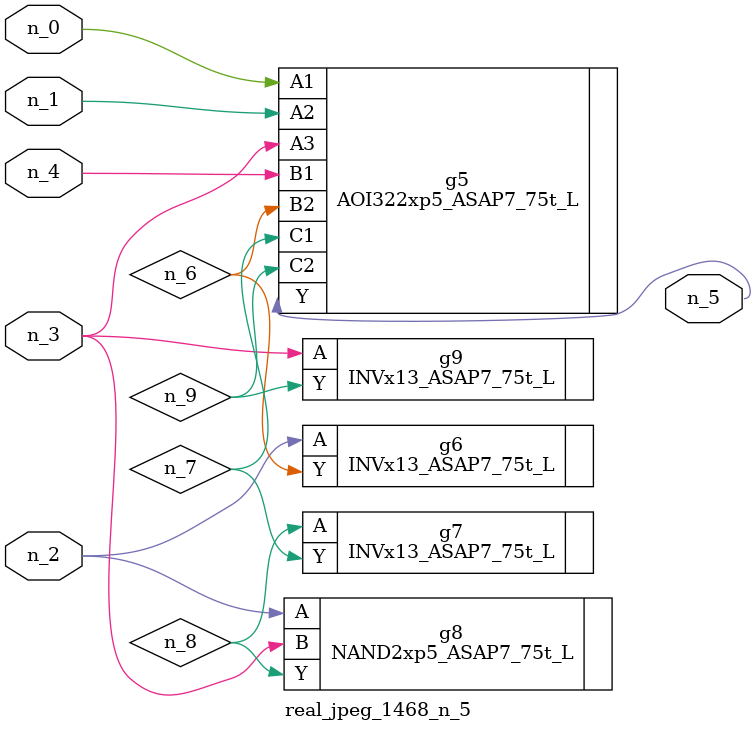
<source format=v>
module real_jpeg_1468_n_5 (n_4, n_0, n_1, n_2, n_3, n_5);

input n_4;
input n_0;
input n_1;
input n_2;
input n_3;

output n_5;

wire n_8;
wire n_6;
wire n_7;
wire n_9;

AOI322xp5_ASAP7_75t_L g5 ( 
.A1(n_0),
.A2(n_1),
.A3(n_3),
.B1(n_4),
.B2(n_6),
.C1(n_7),
.C2(n_9),
.Y(n_5)
);

INVx13_ASAP7_75t_L g6 ( 
.A(n_2),
.Y(n_6)
);

NAND2xp5_ASAP7_75t_L g8 ( 
.A(n_2),
.B(n_3),
.Y(n_8)
);

INVx13_ASAP7_75t_L g9 ( 
.A(n_3),
.Y(n_9)
);

INVx13_ASAP7_75t_L g7 ( 
.A(n_8),
.Y(n_7)
);


endmodule
</source>
